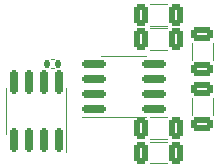
<source format=gbr>
%TF.GenerationSoftware,KiCad,Pcbnew,(6.0.7)*%
%TF.CreationDate,2024-01-02T21:25:37+08:00*%
%TF.ProjectId,stepper-motor-20,73746570-7065-4722-9d6d-6f746f722d32,1*%
%TF.SameCoordinates,PX6979f40PYa1135a0*%
%TF.FileFunction,Legend,Bot*%
%TF.FilePolarity,Positive*%
%FSLAX46Y46*%
G04 Gerber Fmt 4.6, Leading zero omitted, Abs format (unit mm)*
G04 Created by KiCad (PCBNEW (6.0.7)) date 2024-01-02 21:25:37*
%MOMM*%
%LPD*%
G01*
G04 APERTURE LIST*
G04 Aperture macros list*
%AMRoundRect*
0 Rectangle with rounded corners*
0 $1 Rounding radius*
0 $2 $3 $4 $5 $6 $7 $8 $9 X,Y pos of 4 corners*
0 Add a 4 corners polygon primitive as box body*
4,1,4,$2,$3,$4,$5,$6,$7,$8,$9,$2,$3,0*
0 Add four circle primitives for the rounded corners*
1,1,$1+$1,$2,$3*
1,1,$1+$1,$4,$5*
1,1,$1+$1,$6,$7*
1,1,$1+$1,$8,$9*
0 Add four rect primitives between the rounded corners*
20,1,$1+$1,$2,$3,$4,$5,0*
20,1,$1+$1,$4,$5,$6,$7,0*
20,1,$1+$1,$6,$7,$8,$9,0*
20,1,$1+$1,$8,$9,$2,$3,0*%
G04 Aperture macros list end*
%ADD10C,0.120000*%
%ADD11C,0.600000*%
%ADD12C,3.600000*%
%ADD13R,0.850000X0.850000*%
%ADD14O,0.850000X0.850000*%
%ADD15R,1.350000X1.350000*%
%ADD16O,1.350000X1.350000*%
%ADD17RoundRect,0.250000X-0.325000X-0.650000X0.325000X-0.650000X0.325000X0.650000X-0.325000X0.650000X0*%
%ADD18RoundRect,0.250000X-0.650000X0.325000X-0.650000X-0.325000X0.650000X-0.325000X0.650000X0.325000X0*%
%ADD19RoundRect,0.250000X0.650000X-0.325000X0.650000X0.325000X-0.650000X0.325000X-0.650000X-0.325000X0*%
%ADD20RoundRect,0.162500X-0.825000X-0.162500X0.825000X-0.162500X0.825000X0.162500X-0.825000X0.162500X0*%
%ADD21RoundRect,0.150000X0.150000X-0.825000X0.150000X0.825000X-0.150000X0.825000X-0.150000X-0.825000X0*%
%ADD22RoundRect,0.140000X0.140000X0.170000X-0.140000X0.170000X-0.140000X-0.170000X0.140000X-0.170000X0*%
G04 APERTURE END LIST*
D10*
%TO.C,C13*%
X12242748Y13110800D02*
X13665252Y13110800D01*
X12242748Y14930800D02*
X13665252Y14930800D01*
%TO.C,C14*%
X15752400Y9042452D02*
X15752400Y7619948D01*
X17572400Y9042452D02*
X17572400Y7619948D01*
%TO.C,C17*%
X12242748Y16962800D02*
X13665252Y16962800D01*
X12242748Y15142800D02*
X13665252Y15142800D01*
%TO.C,C18*%
X12242748Y5329600D02*
X13665252Y5329600D01*
X12242748Y3509600D02*
X13665252Y3509600D01*
%TO.C,C21*%
X15752400Y12293548D02*
X15752400Y13716052D01*
X17572400Y12293548D02*
X17572400Y13716052D01*
%TO.C,C22*%
X12242748Y7412400D02*
X13665252Y7412400D01*
X12242748Y5592400D02*
X13665252Y5592400D01*
%TO.C,U1*%
X10000000Y12590000D02*
X8120000Y12590000D01*
X10000000Y7410000D02*
X6475000Y7410000D01*
X10000000Y7410000D02*
X11880000Y7410000D01*
X10000000Y12590000D02*
X11880000Y12590000D01*
%TO.C,U6*%
X5150800Y7924800D02*
X5150800Y4474800D01*
X5150800Y7924800D02*
X5150800Y9874800D01*
X30800Y7924800D02*
X30800Y9874800D01*
X30800Y7924800D02*
X30800Y5974800D01*
%TO.C,C28*%
X4070236Y11578000D02*
X3854564Y11578000D01*
X4070236Y12298000D02*
X3854564Y12298000D01*
%TD*%
%LPC*%
D11*
%TO.C,H1*%
X16582400Y3265200D03*
X17700000Y3773200D03*
X17700000Y826800D03*
X19173200Y2300000D03*
X18665200Y1182400D03*
X18665200Y3417600D03*
X16633200Y1284000D03*
X16226800Y2300000D03*
D12*
X17700000Y2300000D03*
%TD*%
D11*
%TO.C,H2*%
X2300000Y19173200D03*
X3265200Y16582400D03*
D12*
X2300000Y17700000D03*
D11*
X2300000Y16226800D03*
X3773200Y17700000D03*
X826800Y17700000D03*
X1233200Y16684000D03*
X3265200Y18817600D03*
X1182400Y18665200D03*
%TD*%
D12*
%TO.C,H3*%
X17700000Y17700000D03*
D11*
X18665200Y16582400D03*
X18665200Y18817600D03*
X16633200Y16684000D03*
X16226800Y17700000D03*
X17700000Y16226800D03*
X16582400Y18665200D03*
X17700000Y19173200D03*
X19173200Y17700000D03*
%TD*%
D13*
%TO.C,J2*%
X7162800Y711200D03*
D14*
X6162800Y711200D03*
X5162800Y711200D03*
X4162800Y711200D03*
%TD*%
D15*
%TO.C,J3*%
X19050000Y8176000D03*
D16*
X19050000Y10176000D03*
X19050000Y12176000D03*
X19050000Y14176000D03*
%TD*%
D11*
%TO.C,H4*%
X3265200Y3417600D03*
X1182400Y3265200D03*
X826800Y2300000D03*
X3773200Y2300000D03*
X2300000Y826800D03*
X3265200Y1182400D03*
X2300000Y3773200D03*
D12*
X2300000Y2300000D03*
D11*
X1233200Y1284000D03*
%TD*%
D15*
%TO.C,J1*%
X13000000Y18449200D03*
D16*
X11000000Y18449200D03*
X9000000Y18449200D03*
X7000000Y18449200D03*
%TD*%
D17*
%TO.C,C13*%
X11479000Y14020800D03*
X14429000Y14020800D03*
%TD*%
D18*
%TO.C,C14*%
X16662400Y9806200D03*
X16662400Y6856200D03*
%TD*%
D17*
%TO.C,C17*%
X11479000Y16052800D03*
X14429000Y16052800D03*
%TD*%
%TO.C,C18*%
X11479000Y4419600D03*
X14429000Y4419600D03*
%TD*%
D19*
%TO.C,C21*%
X16662400Y11529800D03*
X16662400Y14479800D03*
%TD*%
D17*
%TO.C,C22*%
X11479000Y6502400D03*
X14429000Y6502400D03*
%TD*%
D20*
%TO.C,U1*%
X7462500Y8095000D03*
X7462500Y9365000D03*
X7462500Y10635000D03*
X7462500Y11905000D03*
X12537500Y11905000D03*
X12537500Y10635000D03*
X12537500Y9365000D03*
X12537500Y8095000D03*
%TD*%
D21*
%TO.C,U6*%
X4495800Y5449800D03*
X3225800Y5449800D03*
X1955800Y5449800D03*
X685800Y5449800D03*
X685800Y10399800D03*
X1955800Y10399800D03*
X3225800Y10399800D03*
X4495800Y10399800D03*
%TD*%
D22*
%TO.C,C28*%
X4442400Y11938000D03*
X3482400Y11938000D03*
%TD*%
M02*

</source>
